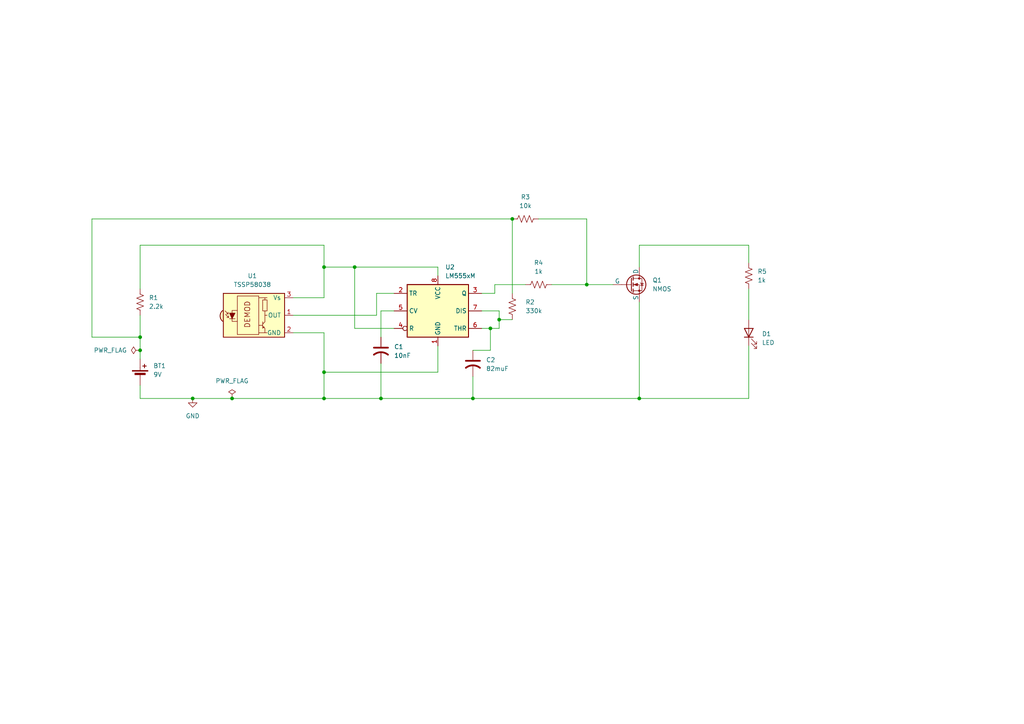
<source format=kicad_sch>
(kicad_sch
	(version 20250114)
	(generator "eeschema")
	(generator_version "9.0")
	(uuid "0f27fa89-29b4-4fa6-8a7d-8f9ea7b48504")
	(paper "A4")
	(title_block
		(title "IR_Sensor_based_Water_tap")
		(date "2025-07-19")
		(rev "V1")
		(comment 1 "On replacing the LED and resistor with solenoid valve and motor, we can make smart tap")
	)
	(lib_symbols
		(symbol "Device:Battery_Cell"
			(pin_numbers
				(hide yes)
			)
			(pin_names
				(offset 0)
				(hide yes)
			)
			(exclude_from_sim no)
			(in_bom yes)
			(on_board yes)
			(property "Reference" "BT"
				(at 2.54 2.54 0)
				(effects
					(font
						(size 1.27 1.27)
					)
					(justify left)
				)
			)
			(property "Value" "Battery_Cell"
				(at 2.54 0 0)
				(effects
					(font
						(size 1.27 1.27)
					)
					(justify left)
				)
			)
			(property "Footprint" ""
				(at 0 1.524 90)
				(effects
					(font
						(size 1.27 1.27)
					)
					(hide yes)
				)
			)
			(property "Datasheet" "~"
				(at 0 1.524 90)
				(effects
					(font
						(size 1.27 1.27)
					)
					(hide yes)
				)
			)
			(property "Description" "Single-cell battery"
				(at 0 0 0)
				(effects
					(font
						(size 1.27 1.27)
					)
					(hide yes)
				)
			)
			(property "ki_keywords" "battery cell"
				(at 0 0 0)
				(effects
					(font
						(size 1.27 1.27)
					)
					(hide yes)
				)
			)
			(symbol "Battery_Cell_0_1"
				(rectangle
					(start -2.286 1.778)
					(end 2.286 1.524)
					(stroke
						(width 0)
						(type default)
					)
					(fill
						(type outline)
					)
				)
				(rectangle
					(start -1.524 1.016)
					(end 1.524 0.508)
					(stroke
						(width 0)
						(type default)
					)
					(fill
						(type outline)
					)
				)
				(polyline
					(pts
						(xy 0 1.778) (xy 0 2.54)
					)
					(stroke
						(width 0)
						(type default)
					)
					(fill
						(type none)
					)
				)
				(polyline
					(pts
						(xy 0 0.762) (xy 0 0)
					)
					(stroke
						(width 0)
						(type default)
					)
					(fill
						(type none)
					)
				)
				(polyline
					(pts
						(xy 0.762 3.048) (xy 1.778 3.048)
					)
					(stroke
						(width 0.254)
						(type default)
					)
					(fill
						(type none)
					)
				)
				(polyline
					(pts
						(xy 1.27 3.556) (xy 1.27 2.54)
					)
					(stroke
						(width 0.254)
						(type default)
					)
					(fill
						(type none)
					)
				)
			)
			(symbol "Battery_Cell_1_1"
				(pin passive line
					(at 0 5.08 270)
					(length 2.54)
					(name "+"
						(effects
							(font
								(size 1.27 1.27)
							)
						)
					)
					(number "1"
						(effects
							(font
								(size 1.27 1.27)
							)
						)
					)
				)
				(pin passive line
					(at 0 -2.54 90)
					(length 2.54)
					(name "-"
						(effects
							(font
								(size 1.27 1.27)
							)
						)
					)
					(number "2"
						(effects
							(font
								(size 1.27 1.27)
							)
						)
					)
				)
			)
			(embedded_fonts no)
		)
		(symbol "Device:C_US"
			(pin_numbers
				(hide yes)
			)
			(pin_names
				(offset 0.254)
				(hide yes)
			)
			(exclude_from_sim no)
			(in_bom yes)
			(on_board yes)
			(property "Reference" "C"
				(at 0.635 2.54 0)
				(effects
					(font
						(size 1.27 1.27)
					)
					(justify left)
				)
			)
			(property "Value" "C_US"
				(at 0.635 -2.54 0)
				(effects
					(font
						(size 1.27 1.27)
					)
					(justify left)
				)
			)
			(property "Footprint" ""
				(at 0 0 0)
				(effects
					(font
						(size 1.27 1.27)
					)
					(hide yes)
				)
			)
			(property "Datasheet" ""
				(at 0 0 0)
				(effects
					(font
						(size 1.27 1.27)
					)
					(hide yes)
				)
			)
			(property "Description" "capacitor, US symbol"
				(at 0 0 0)
				(effects
					(font
						(size 1.27 1.27)
					)
					(hide yes)
				)
			)
			(property "ki_keywords" "cap capacitor"
				(at 0 0 0)
				(effects
					(font
						(size 1.27 1.27)
					)
					(hide yes)
				)
			)
			(property "ki_fp_filters" "C_*"
				(at 0 0 0)
				(effects
					(font
						(size 1.27 1.27)
					)
					(hide yes)
				)
			)
			(symbol "C_US_0_1"
				(polyline
					(pts
						(xy -2.032 0.762) (xy 2.032 0.762)
					)
					(stroke
						(width 0.508)
						(type default)
					)
					(fill
						(type none)
					)
				)
				(arc
					(start -2.032 -1.27)
					(mid 0 -0.5572)
					(end 2.032 -1.27)
					(stroke
						(width 0.508)
						(type default)
					)
					(fill
						(type none)
					)
				)
			)
			(symbol "C_US_1_1"
				(pin passive line
					(at 0 3.81 270)
					(length 2.794)
					(name "~"
						(effects
							(font
								(size 1.27 1.27)
							)
						)
					)
					(number "1"
						(effects
							(font
								(size 1.27 1.27)
							)
						)
					)
				)
				(pin passive line
					(at 0 -3.81 90)
					(length 3.302)
					(name "~"
						(effects
							(font
								(size 1.27 1.27)
							)
						)
					)
					(number "2"
						(effects
							(font
								(size 1.27 1.27)
							)
						)
					)
				)
			)
			(embedded_fonts no)
		)
		(symbol "Device:LED"
			(pin_numbers
				(hide yes)
			)
			(pin_names
				(offset 1.016)
				(hide yes)
			)
			(exclude_from_sim no)
			(in_bom yes)
			(on_board yes)
			(property "Reference" "D"
				(at 0 2.54 0)
				(effects
					(font
						(size 1.27 1.27)
					)
				)
			)
			(property "Value" "LED"
				(at 0 -2.54 0)
				(effects
					(font
						(size 1.27 1.27)
					)
				)
			)
			(property "Footprint" ""
				(at 0 0 0)
				(effects
					(font
						(size 1.27 1.27)
					)
					(hide yes)
				)
			)
			(property "Datasheet" "~"
				(at 0 0 0)
				(effects
					(font
						(size 1.27 1.27)
					)
					(hide yes)
				)
			)
			(property "Description" "Light emitting diode"
				(at 0 0 0)
				(effects
					(font
						(size 1.27 1.27)
					)
					(hide yes)
				)
			)
			(property "Sim.Pins" "1=K 2=A"
				(at 0 0 0)
				(effects
					(font
						(size 1.27 1.27)
					)
					(hide yes)
				)
			)
			(property "ki_keywords" "LED diode"
				(at 0 0 0)
				(effects
					(font
						(size 1.27 1.27)
					)
					(hide yes)
				)
			)
			(property "ki_fp_filters" "LED* LED_SMD:* LED_THT:*"
				(at 0 0 0)
				(effects
					(font
						(size 1.27 1.27)
					)
					(hide yes)
				)
			)
			(symbol "LED_0_1"
				(polyline
					(pts
						(xy -3.048 -0.762) (xy -4.572 -2.286) (xy -3.81 -2.286) (xy -4.572 -2.286) (xy -4.572 -1.524)
					)
					(stroke
						(width 0)
						(type default)
					)
					(fill
						(type none)
					)
				)
				(polyline
					(pts
						(xy -1.778 -0.762) (xy -3.302 -2.286) (xy -2.54 -2.286) (xy -3.302 -2.286) (xy -3.302 -1.524)
					)
					(stroke
						(width 0)
						(type default)
					)
					(fill
						(type none)
					)
				)
				(polyline
					(pts
						(xy -1.27 0) (xy 1.27 0)
					)
					(stroke
						(width 0)
						(type default)
					)
					(fill
						(type none)
					)
				)
				(polyline
					(pts
						(xy -1.27 -1.27) (xy -1.27 1.27)
					)
					(stroke
						(width 0.254)
						(type default)
					)
					(fill
						(type none)
					)
				)
				(polyline
					(pts
						(xy 1.27 -1.27) (xy 1.27 1.27) (xy -1.27 0) (xy 1.27 -1.27)
					)
					(stroke
						(width 0.254)
						(type default)
					)
					(fill
						(type none)
					)
				)
			)
			(symbol "LED_1_1"
				(pin passive line
					(at -3.81 0 0)
					(length 2.54)
					(name "K"
						(effects
							(font
								(size 1.27 1.27)
							)
						)
					)
					(number "1"
						(effects
							(font
								(size 1.27 1.27)
							)
						)
					)
				)
				(pin passive line
					(at 3.81 0 180)
					(length 2.54)
					(name "A"
						(effects
							(font
								(size 1.27 1.27)
							)
						)
					)
					(number "2"
						(effects
							(font
								(size 1.27 1.27)
							)
						)
					)
				)
			)
			(embedded_fonts no)
		)
		(symbol "Device:R_US"
			(pin_numbers
				(hide yes)
			)
			(pin_names
				(offset 0)
			)
			(exclude_from_sim no)
			(in_bom yes)
			(on_board yes)
			(property "Reference" "R"
				(at 2.54 0 90)
				(effects
					(font
						(size 1.27 1.27)
					)
				)
			)
			(property "Value" "R_US"
				(at -2.54 0 90)
				(effects
					(font
						(size 1.27 1.27)
					)
				)
			)
			(property "Footprint" ""
				(at 1.016 -0.254 90)
				(effects
					(font
						(size 1.27 1.27)
					)
					(hide yes)
				)
			)
			(property "Datasheet" "~"
				(at 0 0 0)
				(effects
					(font
						(size 1.27 1.27)
					)
					(hide yes)
				)
			)
			(property "Description" "Resistor, US symbol"
				(at 0 0 0)
				(effects
					(font
						(size 1.27 1.27)
					)
					(hide yes)
				)
			)
			(property "ki_keywords" "R res resistor"
				(at 0 0 0)
				(effects
					(font
						(size 1.27 1.27)
					)
					(hide yes)
				)
			)
			(property "ki_fp_filters" "R_*"
				(at 0 0 0)
				(effects
					(font
						(size 1.27 1.27)
					)
					(hide yes)
				)
			)
			(symbol "R_US_0_1"
				(polyline
					(pts
						(xy 0 2.286) (xy 0 2.54)
					)
					(stroke
						(width 0)
						(type default)
					)
					(fill
						(type none)
					)
				)
				(polyline
					(pts
						(xy 0 2.286) (xy 1.016 1.905) (xy 0 1.524) (xy -1.016 1.143) (xy 0 0.762)
					)
					(stroke
						(width 0)
						(type default)
					)
					(fill
						(type none)
					)
				)
				(polyline
					(pts
						(xy 0 0.762) (xy 1.016 0.381) (xy 0 0) (xy -1.016 -0.381) (xy 0 -0.762)
					)
					(stroke
						(width 0)
						(type default)
					)
					(fill
						(type none)
					)
				)
				(polyline
					(pts
						(xy 0 -0.762) (xy 1.016 -1.143) (xy 0 -1.524) (xy -1.016 -1.905) (xy 0 -2.286)
					)
					(stroke
						(width 0)
						(type default)
					)
					(fill
						(type none)
					)
				)
				(polyline
					(pts
						(xy 0 -2.286) (xy 0 -2.54)
					)
					(stroke
						(width 0)
						(type default)
					)
					(fill
						(type none)
					)
				)
			)
			(symbol "R_US_1_1"
				(pin passive line
					(at 0 3.81 270)
					(length 1.27)
					(name "~"
						(effects
							(font
								(size 1.27 1.27)
							)
						)
					)
					(number "1"
						(effects
							(font
								(size 1.27 1.27)
							)
						)
					)
				)
				(pin passive line
					(at 0 -3.81 90)
					(length 1.27)
					(name "~"
						(effects
							(font
								(size 1.27 1.27)
							)
						)
					)
					(number "2"
						(effects
							(font
								(size 1.27 1.27)
							)
						)
					)
				)
			)
			(embedded_fonts no)
		)
		(symbol "Sensor_Proximity:TSSP58038"
			(pin_names
				(offset 1.016)
			)
			(exclude_from_sim no)
			(in_bom yes)
			(on_board yes)
			(property "Reference" "U"
				(at -10.16 7.62 0)
				(effects
					(font
						(size 1.27 1.27)
					)
					(justify left)
				)
			)
			(property "Value" "TSSP58038"
				(at -10.16 -7.62 0)
				(effects
					(font
						(size 1.27 1.27)
					)
					(justify left)
				)
			)
			(property "Footprint" "OptoDevice:Vishay_MINICAST-3Pin"
				(at -1.27 -9.525 0)
				(effects
					(font
						(size 1.27 1.27)
					)
					(hide yes)
				)
			)
			(property "Datasheet" "http://www.vishay.com/docs/82476/tssp58p38.pdf"
				(at 16.51 7.62 0)
				(effects
					(font
						(size 1.27 1.27)
					)
					(hide yes)
				)
			)
			(property "Description" "IR Detector for Mid Range Proximity Sensor"
				(at 0 0 0)
				(effects
					(font
						(size 1.27 1.27)
					)
					(hide yes)
				)
			)
			(property "ki_keywords" "opto IR receiver proximity sensor"
				(at 0 0 0)
				(effects
					(font
						(size 1.27 1.27)
					)
					(hide yes)
				)
			)
			(property "ki_fp_filters" "Vishay*MINICAST*"
				(at 0 0 0)
				(effects
					(font
						(size 1.27 1.27)
					)
					(hide yes)
				)
			)
			(symbol "TSSP58038_0_0"
				(arc
					(start -10.287 -1.778)
					(mid -11.0899 -0.1905)
					(end -10.287 1.397)
					(stroke
						(width 0.254)
						(type default)
					)
					(fill
						(type background)
					)
				)
				(polyline
					(pts
						(xy 1.905 5.08) (xy 0.127 5.08)
					)
					(stroke
						(width 0)
						(type default)
					)
					(fill
						(type none)
					)
				)
				(polyline
					(pts
						(xy 1.905 -5.08) (xy 0.127 -5.08)
					)
					(stroke
						(width 0)
						(type default)
					)
					(fill
						(type none)
					)
				)
				(text "DEMOD"
					(at -3.175 0.254 900)
					(effects
						(font
							(size 1.524 1.524)
						)
					)
				)
			)
			(symbol "TSSP58038_0_1"
				(polyline
					(pts
						(xy -8.763 0.381) (xy -9.652 1.27)
					)
					(stroke
						(width 0)
						(type default)
					)
					(fill
						(type none)
					)
				)
				(polyline
					(pts
						(xy -8.763 0.381) (xy -9.271 0.381)
					)
					(stroke
						(width 0)
						(type default)
					)
					(fill
						(type none)
					)
				)
				(polyline
					(pts
						(xy -8.763 0.381) (xy -8.763 0.889)
					)
					(stroke
						(width 0)
						(type default)
					)
					(fill
						(type none)
					)
				)
				(polyline
					(pts
						(xy -8.636 -0.635) (xy -9.525 0.254)
					)
					(stroke
						(width 0)
						(type default)
					)
					(fill
						(type none)
					)
				)
				(polyline
					(pts
						(xy -8.636 -0.635) (xy -9.144 -0.635)
					)
					(stroke
						(width 0)
						(type default)
					)
					(fill
						(type none)
					)
				)
				(polyline
					(pts
						(xy -8.636 -0.635) (xy -8.636 -0.127)
					)
					(stroke
						(width 0)
						(type default)
					)
					(fill
						(type none)
					)
				)
				(polyline
					(pts
						(xy -8.382 0.635) (xy -6.731 0.635) (xy -7.62 -1.016) (xy -8.382 0.635)
					)
					(stroke
						(width 0)
						(type default)
					)
					(fill
						(type outline)
					)
				)
				(polyline
					(pts
						(xy -8.382 -1.016) (xy -6.731 -1.016)
					)
					(stroke
						(width 0)
						(type default)
					)
					(fill
						(type none)
					)
				)
				(rectangle
					(start -6.096 5.588)
					(end 0.127 -5.588)
					(stroke
						(width 0)
						(type default)
					)
					(fill
						(type none)
					)
				)
				(polyline
					(pts
						(xy -6.096 1.397) (xy -7.62 1.397) (xy -7.62 -1.778) (xy -6.096 -1.778)
					)
					(stroke
						(width 0)
						(type default)
					)
					(fill
						(type none)
					)
				)
				(polyline
					(pts
						(xy 1.27 -1.905) (xy 1.27 -3.81)
					)
					(stroke
						(width 0)
						(type default)
					)
					(fill
						(type none)
					)
				)
				(polyline
					(pts
						(xy 1.27 -2.54) (xy 1.905 -1.905) (xy 1.905 0) (xy 2.54 0)
					)
					(stroke
						(width 0)
						(type default)
					)
					(fill
						(type none)
					)
				)
				(polyline
					(pts
						(xy 1.27 -2.921) (xy 0.127 -2.921)
					)
					(stroke
						(width 0)
						(type default)
					)
					(fill
						(type none)
					)
				)
				(polyline
					(pts
						(xy 1.27 -3.175) (xy 1.905 -3.81) (xy 1.905 -5.08) (xy 2.54 -5.08)
					)
					(stroke
						(width 0)
						(type default)
					)
					(fill
						(type none)
					)
				)
				(polyline
					(pts
						(xy 1.397 -3.556) (xy 1.524 -3.556)
					)
					(stroke
						(width 0)
						(type default)
					)
					(fill
						(type none)
					)
				)
				(polyline
					(pts
						(xy 1.651 -3.556) (xy 1.524 -3.556)
					)
					(stroke
						(width 0)
						(type default)
					)
					(fill
						(type none)
					)
				)
				(polyline
					(pts
						(xy 1.651 -3.556) (xy 1.651 -3.302)
					)
					(stroke
						(width 0)
						(type default)
					)
					(fill
						(type none)
					)
				)
				(polyline
					(pts
						(xy 1.905 4.445) (xy 1.905 5.08) (xy 2.54 5.08)
					)
					(stroke
						(width 0)
						(type default)
					)
					(fill
						(type none)
					)
				)
				(polyline
					(pts
						(xy 1.905 0) (xy 1.905 1.27)
					)
					(stroke
						(width 0)
						(type default)
					)
					(fill
						(type none)
					)
				)
				(rectangle
					(start 2.54 1.27)
					(end 1.27 4.445)
					(stroke
						(width 0)
						(type default)
					)
					(fill
						(type none)
					)
				)
				(rectangle
					(start 7.62 6.35)
					(end -10.16 -6.35)
					(stroke
						(width 0.254)
						(type default)
					)
					(fill
						(type background)
					)
				)
			)
			(symbol "TSSP58038_1_1"
				(pin power_in line
					(at 10.16 5.08 180)
					(length 2.54)
					(name "Vs"
						(effects
							(font
								(size 1.27 1.27)
							)
						)
					)
					(number "3"
						(effects
							(font
								(size 1.27 1.27)
							)
						)
					)
				)
				(pin output line
					(at 10.16 0 180)
					(length 2.54)
					(name "OUT"
						(effects
							(font
								(size 1.27 1.27)
							)
						)
					)
					(number "1"
						(effects
							(font
								(size 1.27 1.27)
							)
						)
					)
				)
				(pin power_in line
					(at 10.16 -5.08 180)
					(length 2.54)
					(name "GND"
						(effects
							(font
								(size 1.27 1.27)
							)
						)
					)
					(number "2"
						(effects
							(font
								(size 1.27 1.27)
							)
						)
					)
				)
			)
			(embedded_fonts no)
		)
		(symbol "Simulation_SPICE:NMOS"
			(pin_numbers
				(hide yes)
			)
			(pin_names
				(offset 0)
			)
			(exclude_from_sim no)
			(in_bom yes)
			(on_board yes)
			(property "Reference" "Q"
				(at 5.08 1.27 0)
				(effects
					(font
						(size 1.27 1.27)
					)
					(justify left)
				)
			)
			(property "Value" "NMOS"
				(at 5.08 -1.27 0)
				(effects
					(font
						(size 1.27 1.27)
					)
					(justify left)
				)
			)
			(property "Footprint" ""
				(at 5.08 2.54 0)
				(effects
					(font
						(size 1.27 1.27)
					)
					(hide yes)
				)
			)
			(property "Datasheet" "https://ngspice.sourceforge.io/docs/ngspice-html-manual/manual.xhtml#cha_MOSFETs"
				(at 0 -12.7 0)
				(effects
					(font
						(size 1.27 1.27)
					)
					(hide yes)
				)
			)
			(property "Description" "N-MOSFET transistor, drain/source/gate"
				(at 0 0 0)
				(effects
					(font
						(size 1.27 1.27)
					)
					(hide yes)
				)
			)
			(property "Sim.Device" "NMOS"
				(at 0 -17.145 0)
				(effects
					(font
						(size 1.27 1.27)
					)
					(hide yes)
				)
			)
			(property "Sim.Type" "VDMOS"
				(at 0 -19.05 0)
				(effects
					(font
						(size 1.27 1.27)
					)
					(hide yes)
				)
			)
			(property "Sim.Pins" "1=D 2=G 3=S"
				(at 0 -15.24 0)
				(effects
					(font
						(size 1.27 1.27)
					)
					(hide yes)
				)
			)
			(property "ki_keywords" "transistor NMOS N-MOS N-MOSFET simulation"
				(at 0 0 0)
				(effects
					(font
						(size 1.27 1.27)
					)
					(hide yes)
				)
			)
			(symbol "NMOS_0_1"
				(polyline
					(pts
						(xy 0.254 1.905) (xy 0.254 -1.905)
					)
					(stroke
						(width 0.254)
						(type default)
					)
					(fill
						(type none)
					)
				)
				(polyline
					(pts
						(xy 0.254 0) (xy -2.54 0)
					)
					(stroke
						(width 0)
						(type default)
					)
					(fill
						(type none)
					)
				)
				(polyline
					(pts
						(xy 0.762 2.286) (xy 0.762 1.27)
					)
					(stroke
						(width 0.254)
						(type default)
					)
					(fill
						(type none)
					)
				)
				(polyline
					(pts
						(xy 0.762 0.508) (xy 0.762 -0.508)
					)
					(stroke
						(width 0.254)
						(type default)
					)
					(fill
						(type none)
					)
				)
				(polyline
					(pts
						(xy 0.762 -1.27) (xy 0.762 -2.286)
					)
					(stroke
						(width 0.254)
						(type default)
					)
					(fill
						(type none)
					)
				)
				(polyline
					(pts
						(xy 0.762 -1.778) (xy 3.302 -1.778) (xy 3.302 1.778) (xy 0.762 1.778)
					)
					(stroke
						(width 0)
						(type default)
					)
					(fill
						(type none)
					)
				)
				(polyline
					(pts
						(xy 1.016 0) (xy 2.032 0.381) (xy 2.032 -0.381) (xy 1.016 0)
					)
					(stroke
						(width 0)
						(type default)
					)
					(fill
						(type outline)
					)
				)
				(circle
					(center 1.651 0)
					(radius 2.794)
					(stroke
						(width 0.254)
						(type default)
					)
					(fill
						(type none)
					)
				)
				(polyline
					(pts
						(xy 2.54 2.54) (xy 2.54 1.778)
					)
					(stroke
						(width 0)
						(type default)
					)
					(fill
						(type none)
					)
				)
				(circle
					(center 2.54 1.778)
					(radius 0.254)
					(stroke
						(width 0)
						(type default)
					)
					(fill
						(type outline)
					)
				)
				(circle
					(center 2.54 -1.778)
					(radius 0.254)
					(stroke
						(width 0)
						(type default)
					)
					(fill
						(type outline)
					)
				)
				(polyline
					(pts
						(xy 2.54 -2.54) (xy 2.54 0) (xy 0.762 0)
					)
					(stroke
						(width 0)
						(type default)
					)
					(fill
						(type none)
					)
				)
				(polyline
					(pts
						(xy 2.794 0.508) (xy 2.921 0.381) (xy 3.683 0.381) (xy 3.81 0.254)
					)
					(stroke
						(width 0)
						(type default)
					)
					(fill
						(type none)
					)
				)
				(polyline
					(pts
						(xy 3.302 0.381) (xy 2.921 -0.254) (xy 3.683 -0.254) (xy 3.302 0.381)
					)
					(stroke
						(width 0)
						(type default)
					)
					(fill
						(type none)
					)
				)
			)
			(symbol "NMOS_1_1"
				(pin input line
					(at -5.08 0 0)
					(length 2.54)
					(name "G"
						(effects
							(font
								(size 1.27 1.27)
							)
						)
					)
					(number "2"
						(effects
							(font
								(size 1.27 1.27)
							)
						)
					)
				)
				(pin passive line
					(at 2.54 5.08 270)
					(length 2.54)
					(name "D"
						(effects
							(font
								(size 1.27 1.27)
							)
						)
					)
					(number "1"
						(effects
							(font
								(size 1.27 1.27)
							)
						)
					)
				)
				(pin passive line
					(at 2.54 -5.08 90)
					(length 2.54)
					(name "S"
						(effects
							(font
								(size 1.27 1.27)
							)
						)
					)
					(number "3"
						(effects
							(font
								(size 1.27 1.27)
							)
						)
					)
				)
			)
			(embedded_fonts no)
		)
		(symbol "Timer:LM555xM"
			(exclude_from_sim no)
			(in_bom yes)
			(on_board yes)
			(property "Reference" "U"
				(at -10.16 8.89 0)
				(effects
					(font
						(size 1.27 1.27)
					)
					(justify left)
				)
			)
			(property "Value" "LM555xM"
				(at 2.54 8.89 0)
				(effects
					(font
						(size 1.27 1.27)
					)
					(justify left)
				)
			)
			(property "Footprint" "Package_SO:SOIC-8_3.9x4.9mm_P1.27mm"
				(at 21.59 -10.16 0)
				(effects
					(font
						(size 1.27 1.27)
					)
					(hide yes)
				)
			)
			(property "Datasheet" "http://www.ti.com/lit/ds/symlink/lm555.pdf"
				(at 21.59 -10.16 0)
				(effects
					(font
						(size 1.27 1.27)
					)
					(hide yes)
				)
			)
			(property "Description" "Timer, 555 compatible, SOIC-8"
				(at 0 0 0)
				(effects
					(font
						(size 1.27 1.27)
					)
					(hide yes)
				)
			)
			(property "ki_keywords" "single timer 555"
				(at 0 0 0)
				(effects
					(font
						(size 1.27 1.27)
					)
					(hide yes)
				)
			)
			(property "ki_fp_filters" "SOIC*3.9x4.9mm*P1.27mm*"
				(at 0 0 0)
				(effects
					(font
						(size 1.27 1.27)
					)
					(hide yes)
				)
			)
			(symbol "LM555xM_0_0"
				(pin power_in line
					(at 0 10.16 270)
					(length 2.54)
					(name "VCC"
						(effects
							(font
								(size 1.27 1.27)
							)
						)
					)
					(number "8"
						(effects
							(font
								(size 1.27 1.27)
							)
						)
					)
				)
				(pin power_in line
					(at 0 -10.16 90)
					(length 2.54)
					(name "GND"
						(effects
							(font
								(size 1.27 1.27)
							)
						)
					)
					(number "1"
						(effects
							(font
								(size 1.27 1.27)
							)
						)
					)
				)
			)
			(symbol "LM555xM_0_1"
				(rectangle
					(start -8.89 -7.62)
					(end 8.89 7.62)
					(stroke
						(width 0.254)
						(type default)
					)
					(fill
						(type background)
					)
				)
				(rectangle
					(start -8.89 -7.62)
					(end 8.89 7.62)
					(stroke
						(width 0.254)
						(type default)
					)
					(fill
						(type background)
					)
				)
			)
			(symbol "LM555xM_1_1"
				(pin input line
					(at -12.7 5.08 0)
					(length 3.81)
					(name "TR"
						(effects
							(font
								(size 1.27 1.27)
							)
						)
					)
					(number "2"
						(effects
							(font
								(size 1.27 1.27)
							)
						)
					)
				)
				(pin input line
					(at -12.7 0 0)
					(length 3.81)
					(name "CV"
						(effects
							(font
								(size 1.27 1.27)
							)
						)
					)
					(number "5"
						(effects
							(font
								(size 1.27 1.27)
							)
						)
					)
				)
				(pin input inverted
					(at -12.7 -5.08 0)
					(length 3.81)
					(name "R"
						(effects
							(font
								(size 1.27 1.27)
							)
						)
					)
					(number "4"
						(effects
							(font
								(size 1.27 1.27)
							)
						)
					)
				)
				(pin output line
					(at 12.7 5.08 180)
					(length 3.81)
					(name "Q"
						(effects
							(font
								(size 1.27 1.27)
							)
						)
					)
					(number "3"
						(effects
							(font
								(size 1.27 1.27)
							)
						)
					)
				)
				(pin input line
					(at 12.7 0 180)
					(length 3.81)
					(name "DIS"
						(effects
							(font
								(size 1.27 1.27)
							)
						)
					)
					(number "7"
						(effects
							(font
								(size 1.27 1.27)
							)
						)
					)
				)
				(pin input line
					(at 12.7 -5.08 180)
					(length 3.81)
					(name "THR"
						(effects
							(font
								(size 1.27 1.27)
							)
						)
					)
					(number "6"
						(effects
							(font
								(size 1.27 1.27)
							)
						)
					)
				)
			)
			(embedded_fonts no)
		)
		(symbol "power:GND"
			(power)
			(pin_numbers
				(hide yes)
			)
			(pin_names
				(offset 0)
				(hide yes)
			)
			(exclude_from_sim no)
			(in_bom yes)
			(on_board yes)
			(property "Reference" "#PWR"
				(at 0 -6.35 0)
				(effects
					(font
						(size 1.27 1.27)
					)
					(hide yes)
				)
			)
			(property "Value" "GND"
				(at 0 -3.81 0)
				(effects
					(font
						(size 1.27 1.27)
					)
				)
			)
			(property "Footprint" ""
				(at 0 0 0)
				(effects
					(font
						(size 1.27 1.27)
					)
					(hide yes)
				)
			)
			(property "Datasheet" ""
				(at 0 0 0)
				(effects
					(font
						(size 1.27 1.27)
					)
					(hide yes)
				)
			)
			(property "Description" "Power symbol creates a global label with name \"GND\" , ground"
				(at 0 0 0)
				(effects
					(font
						(size 1.27 1.27)
					)
					(hide yes)
				)
			)
			(property "ki_keywords" "global power"
				(at 0 0 0)
				(effects
					(font
						(size 1.27 1.27)
					)
					(hide yes)
				)
			)
			(symbol "GND_0_1"
				(polyline
					(pts
						(xy 0 0) (xy 0 -1.27) (xy 1.27 -1.27) (xy 0 -2.54) (xy -1.27 -1.27) (xy 0 -1.27)
					)
					(stroke
						(width 0)
						(type default)
					)
					(fill
						(type none)
					)
				)
			)
			(symbol "GND_1_1"
				(pin power_in line
					(at 0 0 270)
					(length 0)
					(name "~"
						(effects
							(font
								(size 1.27 1.27)
							)
						)
					)
					(number "1"
						(effects
							(font
								(size 1.27 1.27)
							)
						)
					)
				)
			)
			(embedded_fonts no)
		)
		(symbol "power:PWR_FLAG"
			(power)
			(pin_numbers
				(hide yes)
			)
			(pin_names
				(offset 0)
				(hide yes)
			)
			(exclude_from_sim no)
			(in_bom yes)
			(on_board yes)
			(property "Reference" "#FLG"
				(at 0 1.905 0)
				(effects
					(font
						(size 1.27 1.27)
					)
					(hide yes)
				)
			)
			(property "Value" "PWR_FLAG"
				(at 0 3.81 0)
				(effects
					(font
						(size 1.27 1.27)
					)
				)
			)
			(property "Footprint" ""
				(at 0 0 0)
				(effects
					(font
						(size 1.27 1.27)
					)
					(hide yes)
				)
			)
			(property "Datasheet" "~"
				(at 0 0 0)
				(effects
					(font
						(size 1.27 1.27)
					)
					(hide yes)
				)
			)
			(property "Description" "Special symbol for telling ERC where power comes from"
				(at 0 0 0)
				(effects
					(font
						(size 1.27 1.27)
					)
					(hide yes)
				)
			)
			(property "ki_keywords" "flag power"
				(at 0 0 0)
				(effects
					(font
						(size 1.27 1.27)
					)
					(hide yes)
				)
			)
			(symbol "PWR_FLAG_0_0"
				(pin power_out line
					(at 0 0 90)
					(length 0)
					(name "~"
						(effects
							(font
								(size 1.27 1.27)
							)
						)
					)
					(number "1"
						(effects
							(font
								(size 1.27 1.27)
							)
						)
					)
				)
			)
			(symbol "PWR_FLAG_0_1"
				(polyline
					(pts
						(xy 0 0) (xy 0 1.27) (xy -1.016 1.905) (xy 0 2.54) (xy 1.016 1.905) (xy 0 1.27)
					)
					(stroke
						(width 0)
						(type default)
					)
					(fill
						(type none)
					)
				)
			)
			(embedded_fonts no)
		)
	)
	(junction
		(at 102.87 77.47)
		(diameter 0)
		(color 0 0 0 0)
		(uuid "24efcb65-3789-4c93-a07a-db2a67545f79")
	)
	(junction
		(at 55.88 115.57)
		(diameter 0)
		(color 0 0 0 0)
		(uuid "2e64558d-36af-4605-b4b5-caa93182ab70")
	)
	(junction
		(at 137.16 115.57)
		(diameter 0)
		(color 0 0 0 0)
		(uuid "3330537f-b2fd-446e-84fd-92b9c99d4fab")
	)
	(junction
		(at 185.42 115.57)
		(diameter 0)
		(color 0 0 0 0)
		(uuid "45fc681b-ed03-4224-9431-b6d609a57c84")
	)
	(junction
		(at 67.31 115.57)
		(diameter 0)
		(color 0 0 0 0)
		(uuid "47565df6-aac4-4610-8fa6-0278a202a26e")
	)
	(junction
		(at 93.98 115.57)
		(diameter 0)
		(color 0 0 0 0)
		(uuid "4bae981c-bb82-4683-a6d2-f9b7d752f40d")
	)
	(junction
		(at 148.59 63.5)
		(diameter 0)
		(color 0 0 0 0)
		(uuid "57eac746-65ea-4782-b933-3910fd3d47b9")
	)
	(junction
		(at 93.98 77.47)
		(diameter 0)
		(color 0 0 0 0)
		(uuid "5bc439dc-ca6a-411c-8483-2d8a8e7eaf15")
	)
	(junction
		(at 170.18 82.55)
		(diameter 0)
		(color 0 0 0 0)
		(uuid "68326806-4502-4e54-a451-e4e264910647")
	)
	(junction
		(at 142.24 95.25)
		(diameter 0)
		(color 0 0 0 0)
		(uuid "70e17e09-35e5-4619-afb8-ed412f7c8abe")
	)
	(junction
		(at 144.78 92.71)
		(diameter 0)
		(color 0 0 0 0)
		(uuid "82a2c5a8-37a5-45ad-959c-755916e52c73")
	)
	(junction
		(at 40.64 97.79)
		(diameter 0)
		(color 0 0 0 0)
		(uuid "a26b4a89-f724-4232-962a-8d22827c2190")
	)
	(junction
		(at 110.49 115.57)
		(diameter 0)
		(color 0 0 0 0)
		(uuid "a5bb53c8-7bfb-49ea-9818-73771c5e26b2")
	)
	(junction
		(at 40.64 101.6)
		(diameter 0)
		(color 0 0 0 0)
		(uuid "cec78733-45c4-4b26-ae6e-d4cc3a3c7867")
	)
	(junction
		(at 93.98 107.95)
		(diameter 0)
		(color 0 0 0 0)
		(uuid "fb2b2c50-1370-4b76-970d-74bf8d860cc3")
	)
	(wire
		(pts
			(xy 114.3 95.25) (xy 102.87 95.25)
		)
		(stroke
			(width 0)
			(type default)
		)
		(uuid "0136fc4e-0488-4417-8bef-6e22d7955fe0")
	)
	(wire
		(pts
			(xy 110.49 115.57) (xy 137.16 115.57)
		)
		(stroke
			(width 0)
			(type default)
		)
		(uuid "040c48ed-37aa-4c6f-8f0a-a25d28e53a6a")
	)
	(wire
		(pts
			(xy 185.42 71.12) (xy 217.17 71.12)
		)
		(stroke
			(width 0)
			(type default)
		)
		(uuid "06ea340d-eb43-419a-9760-e3522c9392db")
	)
	(wire
		(pts
			(xy 144.78 92.71) (xy 144.78 95.25)
		)
		(stroke
			(width 0)
			(type default)
		)
		(uuid "0c501ff5-4dc7-4156-b8c8-a2c398e64d31")
	)
	(wire
		(pts
			(xy 142.24 95.25) (xy 142.24 101.6)
		)
		(stroke
			(width 0)
			(type default)
		)
		(uuid "123cc6ef-f3bd-4c32-9e58-e9cf9e0dd935")
	)
	(wire
		(pts
			(xy 137.16 101.6) (xy 142.24 101.6)
		)
		(stroke
			(width 0)
			(type default)
		)
		(uuid "12eb4906-1678-45ef-be7a-44905bff52c3")
	)
	(wire
		(pts
			(xy 55.88 115.57) (xy 67.31 115.57)
		)
		(stroke
			(width 0)
			(type default)
		)
		(uuid "14caee0b-155f-4477-b417-a709b6c4389c")
	)
	(wire
		(pts
			(xy 156.21 63.5) (xy 170.18 63.5)
		)
		(stroke
			(width 0)
			(type default)
		)
		(uuid "170ed544-853e-4696-a37e-fd454e28d4e3")
	)
	(wire
		(pts
			(xy 144.78 92.71) (xy 148.59 92.71)
		)
		(stroke
			(width 0)
			(type default)
		)
		(uuid "1e71d6dd-aef2-452d-8dbb-2733648f1853")
	)
	(wire
		(pts
			(xy 217.17 100.33) (xy 217.17 115.57)
		)
		(stroke
			(width 0)
			(type default)
		)
		(uuid "20d69530-21de-420d-8e49-755c9ef3e7ee")
	)
	(wire
		(pts
			(xy 127 107.95) (xy 93.98 107.95)
		)
		(stroke
			(width 0)
			(type default)
		)
		(uuid "239681f6-20ac-447c-941e-2766e04bebd9")
	)
	(wire
		(pts
			(xy 93.98 86.36) (xy 93.98 77.47)
		)
		(stroke
			(width 0)
			(type default)
		)
		(uuid "317a5926-e305-4e56-8893-e3ed75612267")
	)
	(wire
		(pts
			(xy 102.87 95.25) (xy 102.87 77.47)
		)
		(stroke
			(width 0)
			(type default)
		)
		(uuid "330e7502-b004-4273-837d-f9cbd3e90d69")
	)
	(wire
		(pts
			(xy 93.98 115.57) (xy 93.98 107.95)
		)
		(stroke
			(width 0)
			(type default)
		)
		(uuid "37dda0ea-ca44-4263-b52f-06d32bcf44d5")
	)
	(wire
		(pts
			(xy 40.64 97.79) (xy 40.64 101.6)
		)
		(stroke
			(width 0)
			(type default)
		)
		(uuid "3a694785-f308-4b30-9315-55a3670c7f49")
	)
	(wire
		(pts
			(xy 217.17 83.82) (xy 217.17 92.71)
		)
		(stroke
			(width 0)
			(type default)
		)
		(uuid "3c869252-ab22-40c2-b661-d8cf1156089b")
	)
	(wire
		(pts
			(xy 170.18 82.55) (xy 177.8 82.55)
		)
		(stroke
			(width 0)
			(type default)
		)
		(uuid "3e1a67c2-672c-42a3-9526-8f302b3856a0")
	)
	(wire
		(pts
			(xy 93.98 96.52) (xy 85.09 96.52)
		)
		(stroke
			(width 0)
			(type default)
		)
		(uuid "405cbcfd-c676-4d6b-8937-dfd6094b56c8")
	)
	(wire
		(pts
			(xy 114.3 90.17) (xy 110.49 90.17)
		)
		(stroke
			(width 0)
			(type default)
		)
		(uuid "43b48302-ecae-420a-bd8d-43a489bbd7f9")
	)
	(wire
		(pts
			(xy 109.22 85.09) (xy 114.3 85.09)
		)
		(stroke
			(width 0)
			(type default)
		)
		(uuid "476f65af-4c99-448d-b69d-59969ae5e1c0")
	)
	(wire
		(pts
			(xy 185.42 87.63) (xy 185.42 115.57)
		)
		(stroke
			(width 0)
			(type default)
		)
		(uuid "50389a0f-fead-4355-a81a-56b9311532ee")
	)
	(wire
		(pts
			(xy 67.31 115.57) (xy 93.98 115.57)
		)
		(stroke
			(width 0)
			(type default)
		)
		(uuid "5c85fd0b-4f5f-4d42-80cc-1464abb665b4")
	)
	(wire
		(pts
			(xy 217.17 71.12) (xy 217.17 76.2)
		)
		(stroke
			(width 0)
			(type default)
		)
		(uuid "61c7407c-4ffe-4268-b91c-79e930ed2fe2")
	)
	(wire
		(pts
			(xy 40.64 115.57) (xy 55.88 115.57)
		)
		(stroke
			(width 0)
			(type default)
		)
		(uuid "64d686a3-2f5b-44be-81a2-545a809b1712")
	)
	(wire
		(pts
			(xy 93.98 71.12) (xy 40.64 71.12)
		)
		(stroke
			(width 0)
			(type default)
		)
		(uuid "651e541e-9474-447a-a6fa-8c77ccd01171")
	)
	(wire
		(pts
			(xy 93.98 77.47) (xy 93.98 71.12)
		)
		(stroke
			(width 0)
			(type default)
		)
		(uuid "6b4b4388-19df-4c90-ac03-fa2f9dc79d20")
	)
	(wire
		(pts
			(xy 185.42 77.47) (xy 185.42 71.12)
		)
		(stroke
			(width 0)
			(type default)
		)
		(uuid "6e69f8fa-fcb4-455c-9294-f66855387cb6")
	)
	(wire
		(pts
			(xy 85.09 86.36) (xy 93.98 86.36)
		)
		(stroke
			(width 0)
			(type default)
		)
		(uuid "7484ca3d-38f6-4c41-b634-673cd2b8ef4c")
	)
	(wire
		(pts
			(xy 160.02 82.55) (xy 170.18 82.55)
		)
		(stroke
			(width 0)
			(type default)
		)
		(uuid "75c9aab3-eb7d-49ac-b361-9c877bda3a3d")
	)
	(wire
		(pts
			(xy 26.67 63.5) (xy 26.67 97.79)
		)
		(stroke
			(width 0)
			(type default)
		)
		(uuid "7867de36-901f-4b43-afab-680bc358aa88")
	)
	(wire
		(pts
			(xy 40.64 101.6) (xy 40.64 104.14)
		)
		(stroke
			(width 0)
			(type default)
		)
		(uuid "7df5504f-78af-44b8-8da9-762dc51493fa")
	)
	(wire
		(pts
			(xy 152.4 82.55) (xy 143.51 82.55)
		)
		(stroke
			(width 0)
			(type default)
		)
		(uuid "82995ea7-db3b-4648-b9b2-bffd28754fef")
	)
	(wire
		(pts
			(xy 40.64 71.12) (xy 40.64 83.82)
		)
		(stroke
			(width 0)
			(type default)
		)
		(uuid "88a2a50b-4588-45f9-861d-8c7c5ab97329")
	)
	(wire
		(pts
			(xy 93.98 77.47) (xy 102.87 77.47)
		)
		(stroke
			(width 0)
			(type default)
		)
		(uuid "8d394138-5748-45a1-b441-b9a9421d996e")
	)
	(wire
		(pts
			(xy 109.22 91.44) (xy 109.22 85.09)
		)
		(stroke
			(width 0)
			(type default)
		)
		(uuid "95f2f1d0-3eca-46ad-b75a-f9d6167523b5")
	)
	(wire
		(pts
			(xy 148.59 85.09) (xy 148.59 63.5)
		)
		(stroke
			(width 0)
			(type default)
		)
		(uuid "9b240bac-885d-421c-9b0d-dfff01a5172d")
	)
	(wire
		(pts
			(xy 102.87 77.47) (xy 127 77.47)
		)
		(stroke
			(width 0)
			(type default)
		)
		(uuid "9ca6f8a6-9f1d-46f5-93df-8ba2589aaf82")
	)
	(wire
		(pts
			(xy 142.24 95.25) (xy 139.7 95.25)
		)
		(stroke
			(width 0)
			(type default)
		)
		(uuid "9e8a2798-8d09-41d2-b7f5-6fafef1d6858")
	)
	(wire
		(pts
			(xy 26.67 97.79) (xy 40.64 97.79)
		)
		(stroke
			(width 0)
			(type default)
		)
		(uuid "a835dbc2-3448-4200-b59f-9a006ac7fc4d")
	)
	(wire
		(pts
			(xy 185.42 115.57) (xy 217.17 115.57)
		)
		(stroke
			(width 0)
			(type default)
		)
		(uuid "aa02cb0a-243a-447f-811d-1ef1d20f8fa0")
	)
	(wire
		(pts
			(xy 137.16 115.57) (xy 185.42 115.57)
		)
		(stroke
			(width 0)
			(type default)
		)
		(uuid "b488a6f0-25cf-469f-9a76-6ad6287fedd5")
	)
	(wire
		(pts
			(xy 110.49 105.41) (xy 110.49 115.57)
		)
		(stroke
			(width 0)
			(type default)
		)
		(uuid "b69d4af3-135e-478a-a9a1-6ffdcc6a8884")
	)
	(wire
		(pts
			(xy 143.51 82.55) (xy 143.51 85.09)
		)
		(stroke
			(width 0)
			(type default)
		)
		(uuid "bbb33b7a-dffe-4ddc-91f4-d8ce38187fa0")
	)
	(wire
		(pts
			(xy 93.98 115.57) (xy 110.49 115.57)
		)
		(stroke
			(width 0)
			(type default)
		)
		(uuid "bd724b5b-c74e-4bc1-b626-db59df3c6dcb")
	)
	(wire
		(pts
			(xy 40.64 91.44) (xy 40.64 97.79)
		)
		(stroke
			(width 0)
			(type default)
		)
		(uuid "c0126e5d-3049-4a89-bfe4-d2d1372296fe")
	)
	(wire
		(pts
			(xy 93.98 107.95) (xy 93.98 96.52)
		)
		(stroke
			(width 0)
			(type default)
		)
		(uuid "c3d0e32c-8b87-4e0e-87a8-5eb78f5c9c58")
	)
	(wire
		(pts
			(xy 148.59 63.5) (xy 26.67 63.5)
		)
		(stroke
			(width 0)
			(type default)
		)
		(uuid "c8fe5762-0a86-4c92-806e-eeb5f473c813")
	)
	(wire
		(pts
			(xy 137.16 115.57) (xy 137.16 109.22)
		)
		(stroke
			(width 0)
			(type default)
		)
		(uuid "c9f24ffb-5dae-484a-b432-c6801b2d36cb")
	)
	(wire
		(pts
			(xy 127 77.47) (xy 127 80.01)
		)
		(stroke
			(width 0)
			(type default)
		)
		(uuid "ca1b838d-aa9b-4849-ad6a-7727c3f1b9ec")
	)
	(wire
		(pts
			(xy 170.18 63.5) (xy 170.18 82.55)
		)
		(stroke
			(width 0)
			(type default)
		)
		(uuid "cef59737-2973-47a6-89b2-8a782df240cf")
	)
	(wire
		(pts
			(xy 40.64 111.76) (xy 40.64 115.57)
		)
		(stroke
			(width 0)
			(type default)
		)
		(uuid "d148ac11-98b0-424c-9153-b634140a646f")
	)
	(wire
		(pts
			(xy 85.09 91.44) (xy 109.22 91.44)
		)
		(stroke
			(width 0)
			(type default)
		)
		(uuid "d3992792-7405-46ff-be6b-4fdeb6e44034")
	)
	(wire
		(pts
			(xy 144.78 95.25) (xy 142.24 95.25)
		)
		(stroke
			(width 0)
			(type default)
		)
		(uuid "df0680af-249f-440e-955c-54f6b393c09b")
	)
	(wire
		(pts
			(xy 144.78 90.17) (xy 144.78 92.71)
		)
		(stroke
			(width 0)
			(type default)
		)
		(uuid "e7a64335-93f4-4e31-a345-ead8d7b24449")
	)
	(wire
		(pts
			(xy 110.49 90.17) (xy 110.49 97.79)
		)
		(stroke
			(width 0)
			(type default)
		)
		(uuid "ed26e5e7-3552-4bbd-854a-478ce36c498a")
	)
	(wire
		(pts
			(xy 139.7 90.17) (xy 144.78 90.17)
		)
		(stroke
			(width 0)
			(type default)
		)
		(uuid "fc237bc6-718d-481b-a224-c186043304fe")
	)
	(wire
		(pts
			(xy 127 100.33) (xy 127 107.95)
		)
		(stroke
			(width 0)
			(type default)
		)
		(uuid "fe8056b4-dc82-4ce3-a53f-49a0357680d4")
	)
	(wire
		(pts
			(xy 139.7 85.09) (xy 143.51 85.09)
		)
		(stroke
			(width 0)
			(type default)
		)
		(uuid "ff3f579d-eee5-48d6-a0df-c7b5b3e12319")
	)
	(symbol
		(lib_id "power:PWR_FLAG")
		(at 40.64 101.6 90)
		(unit 1)
		(exclude_from_sim no)
		(in_bom yes)
		(on_board yes)
		(dnp no)
		(fields_autoplaced yes)
		(uuid "087e424f-be13-47c3-9ebe-ed7c0c0b680b")
		(property "Reference" "#FLG01"
			(at 38.735 101.6 0)
			(effects
				(font
					(size 1.27 1.27)
				)
				(hide yes)
			)
		)
		(property "Value" "PWR_FLAG"
			(at 36.83 101.5999 90)
			(effects
				(font
					(size 1.27 1.27)
				)
				(justify left)
			)
		)
		(property "Footprint" ""
			(at 40.64 101.6 0)
			(effects
				(font
					(size 1.27 1.27)
				)
				(hide yes)
			)
		)
		(property "Datasheet" "~"
			(at 40.64 101.6 0)
			(effects
				(font
					(size 1.27 1.27)
				)
				(hide yes)
			)
		)
		(property "Description" "Special symbol for telling ERC where power comes from"
			(at 40.64 101.6 0)
			(effects
				(font
					(size 1.27 1.27)
				)
				(hide yes)
			)
		)
		(pin "1"
			(uuid "a4e63b2e-63d5-422b-a9ff-c4a221d4c1c6")
		)
		(instances
			(project ""
				(path "/0f27fa89-29b4-4fa6-8a7d-8f9ea7b48504"
					(reference "#FLG01")
					(unit 1)
				)
			)
		)
	)
	(symbol
		(lib_id "power:PWR_FLAG")
		(at 67.31 115.57 0)
		(unit 1)
		(exclude_from_sim no)
		(in_bom yes)
		(on_board yes)
		(dnp no)
		(fields_autoplaced yes)
		(uuid "26e4ebb8-4648-4bfc-bc94-8e6b8c6ccfed")
		(property "Reference" "#FLG02"
			(at 67.31 113.665 0)
			(effects
				(font
					(size 1.27 1.27)
				)
				(hide yes)
			)
		)
		(property "Value" "PWR_FLAG"
			(at 67.31 110.49 0)
			(effects
				(font
					(size 1.27 1.27)
				)
			)
		)
		(property "Footprint" ""
			(at 67.31 115.57 0)
			(effects
				(font
					(size 1.27 1.27)
				)
				(hide yes)
			)
		)
		(property "Datasheet" "~"
			(at 67.31 115.57 0)
			(effects
				(font
					(size 1.27 1.27)
				)
				(hide yes)
			)
		)
		(property "Description" "Special symbol for telling ERC where power comes from"
			(at 67.31 115.57 0)
			(effects
				(font
					(size 1.27 1.27)
				)
				(hide yes)
			)
		)
		(pin "1"
			(uuid "2cf0a31e-8316-4614-9afe-9fe3e597146d")
		)
		(instances
			(project ""
				(path "/0f27fa89-29b4-4fa6-8a7d-8f9ea7b48504"
					(reference "#FLG02")
					(unit 1)
				)
			)
		)
	)
	(symbol
		(lib_id "Timer:LM555xM")
		(at 127 90.17 0)
		(unit 1)
		(exclude_from_sim no)
		(in_bom yes)
		(on_board yes)
		(dnp no)
		(fields_autoplaced yes)
		(uuid "338223a2-cb31-4aec-98c2-843f4359fa4a")
		(property "Reference" "U2"
			(at 129.1433 77.47 0)
			(effects
				(font
					(size 1.27 1.27)
				)
				(justify left)
			)
		)
		(property "Value" "LM555xM"
			(at 129.1433 80.01 0)
			(effects
				(font
					(size 1.27 1.27)
				)
				(justify left)
			)
		)
		(property "Footprint" "Package_SO:SOIC-8_3.9x4.9mm_P1.27mm"
			(at 148.59 100.33 0)
			(effects
				(font
					(size 1.27 1.27)
				)
				(hide yes)
			)
		)
		(property "Datasheet" "http://www.ti.com/lit/ds/symlink/lm555.pdf"
			(at 148.59 100.33 0)
			(effects
				(font
					(size 1.27 1.27)
				)
				(hide yes)
			)
		)
		(property "Description" "Timer, 555 compatible, SOIC-8"
			(at 127 90.17 0)
			(effects
				(font
					(size 1.27 1.27)
				)
				(hide yes)
			)
		)
		(pin "1"
			(uuid "095b0a6f-e0aa-4403-8896-e652db43a277")
		)
		(pin "4"
			(uuid "f177fe36-3115-4bb4-ad0a-34fd9a7b08c2")
		)
		(pin "7"
			(uuid "f91952ac-01be-42bf-a29b-d1365e4bbfd0")
		)
		(pin "8"
			(uuid "93d5129e-8b11-4330-b622-5312b321e6e0")
		)
		(pin "2"
			(uuid "6b8cc1ea-fa6a-4a37-8d33-404340b9bd52")
		)
		(pin "5"
			(uuid "3ced89b8-a944-48e0-9ba9-fdbe28c2fc9d")
		)
		(pin "3"
			(uuid "36d43459-28e6-479c-ad42-47bbbfd9bbe2")
		)
		(pin "6"
			(uuid "7f3915bd-1e95-4d47-aa17-512d372d9827")
		)
		(instances
			(project ""
				(path "/0f27fa89-29b4-4fa6-8a7d-8f9ea7b48504"
					(reference "U2")
					(unit 1)
				)
			)
		)
	)
	(symbol
		(lib_id "Device:R_US")
		(at 152.4 63.5 90)
		(unit 1)
		(exclude_from_sim no)
		(in_bom yes)
		(on_board yes)
		(dnp no)
		(fields_autoplaced yes)
		(uuid "3914e30c-886b-4ab3-a02a-00f611fd9ff1")
		(property "Reference" "R3"
			(at 152.4 57.15 90)
			(effects
				(font
					(size 1.27 1.27)
				)
			)
		)
		(property "Value" "10k"
			(at 152.4 59.69 90)
			(effects
				(font
					(size 1.27 1.27)
				)
			)
		)
		(property "Footprint" "Resistor_SMD:R_0201_0603Metric"
			(at 152.654 62.484 90)
			(effects
				(font
					(size 1.27 1.27)
				)
				(hide yes)
			)
		)
		(property "Datasheet" "~"
			(at 152.4 63.5 0)
			(effects
				(font
					(size 1.27 1.27)
				)
				(hide yes)
			)
		)
		(property "Description" "Resistor, US symbol"
			(at 152.4 63.5 0)
			(effects
				(font
					(size 1.27 1.27)
				)
				(hide yes)
			)
		)
		(pin "2"
			(uuid "cdeba085-07fe-46f7-8162-b7504d8f4a45")
		)
		(pin "1"
			(uuid "3812eb0b-4557-46fc-bb79-d469102515c0")
		)
		(instances
			(project ""
				(path "/0f27fa89-29b4-4fa6-8a7d-8f9ea7b48504"
					(reference "R3")
					(unit 1)
				)
			)
		)
	)
	(symbol
		(lib_id "Device:C_US")
		(at 137.16 105.41 0)
		(unit 1)
		(exclude_from_sim no)
		(in_bom yes)
		(on_board yes)
		(dnp no)
		(fields_autoplaced yes)
		(uuid "41d575d5-3a9d-49fe-869a-c0c7b1440b92")
		(property "Reference" "C2"
			(at 140.97 104.3939 0)
			(effects
				(font
					(size 1.27 1.27)
				)
				(justify left)
			)
		)
		(property "Value" "82muF"
			(at 140.97 106.9339 0)
			(effects
				(font
					(size 1.27 1.27)
				)
				(justify left)
			)
		)
		(property "Footprint" "Capacitor_SMD:C_0603_1608Metric"
			(at 137.16 105.41 0)
			(effects
				(font
					(size 1.27 1.27)
				)
				(hide yes)
			)
		)
		(property "Datasheet" ""
			(at 137.16 105.41 0)
			(effects
				(font
					(size 1.27 1.27)
				)
				(hide yes)
			)
		)
		(property "Description" "capacitor, US symbol"
			(at 137.16 105.41 0)
			(effects
				(font
					(size 1.27 1.27)
				)
				(hide yes)
			)
		)
		(pin "2"
			(uuid "4df5aa9a-c368-4c21-a16b-450853925b12")
		)
		(pin "1"
			(uuid "8f700de1-c61b-482e-9e4a-b8478846358c")
		)
		(instances
			(project ""
				(path "/0f27fa89-29b4-4fa6-8a7d-8f9ea7b48504"
					(reference "C2")
					(unit 1)
				)
			)
		)
	)
	(symbol
		(lib_id "Device:Battery_Cell")
		(at 40.64 109.22 0)
		(unit 1)
		(exclude_from_sim no)
		(in_bom yes)
		(on_board yes)
		(dnp no)
		(fields_autoplaced yes)
		(uuid "5bfb543e-e21e-4008-8b14-36a2b48c751a")
		(property "Reference" "BT1"
			(at 44.45 106.1084 0)
			(effects
				(font
					(size 1.27 1.27)
				)
				(justify left)
			)
		)
		(property "Value" "9V"
			(at 44.45 108.6484 0)
			(effects
				(font
					(size 1.27 1.27)
				)
				(justify left)
			)
		)
		(property "Footprint" "Battery:BatteryHolder_Keystone_103_1x20mm"
			(at 40.64 107.696 90)
			(effects
				(font
					(size 1.27 1.27)
				)
				(hide yes)
			)
		)
		(property "Datasheet" "~"
			(at 40.64 107.696 90)
			(effects
				(font
					(size 1.27 1.27)
				)
				(hide yes)
			)
		)
		(property "Description" "Single-cell battery"
			(at 40.64 109.22 0)
			(effects
				(font
					(size 1.27 1.27)
				)
				(hide yes)
			)
		)
		(pin "1"
			(uuid "3fccfb60-be45-49d8-9e66-2f9cc3f7a4ee")
		)
		(pin "2"
			(uuid "fc7d3e7b-11f0-4054-b45d-63a6706c1b42")
		)
		(instances
			(project ""
				(path "/0f27fa89-29b4-4fa6-8a7d-8f9ea7b48504"
					(reference "BT1")
					(unit 1)
				)
			)
		)
	)
	(symbol
		(lib_id "Device:C_US")
		(at 110.49 101.6 0)
		(unit 1)
		(exclude_from_sim no)
		(in_bom yes)
		(on_board yes)
		(dnp no)
		(fields_autoplaced yes)
		(uuid "70ddc991-bbbd-4816-82be-72647166228e")
		(property "Reference" "C1"
			(at 114.3 100.5839 0)
			(effects
				(font
					(size 1.27 1.27)
				)
				(justify left)
			)
		)
		(property "Value" "10nF"
			(at 114.3 103.1239 0)
			(effects
				(font
					(size 1.27 1.27)
				)
				(justify left)
			)
		)
		(property "Footprint" "Capacitor_SMD:C_0603_1608Metric"
			(at 110.49 101.6 0)
			(effects
				(font
					(size 1.27 1.27)
				)
				(hide yes)
			)
		)
		(property "Datasheet" ""
			(at 110.49 101.6 0)
			(effects
				(font
					(size 1.27 1.27)
				)
				(hide yes)
			)
		)
		(property "Description" "capacitor, US symbol"
			(at 110.49 101.6 0)
			(effects
				(font
					(size 1.27 1.27)
				)
				(hide yes)
			)
		)
		(pin "2"
			(uuid "e51f17a7-fe11-49ad-81c6-355039015557")
		)
		(pin "1"
			(uuid "8963df17-bdfd-460e-a31b-b14297c43471")
		)
		(instances
			(project ""
				(path "/0f27fa89-29b4-4fa6-8a7d-8f9ea7b48504"
					(reference "C1")
					(unit 1)
				)
			)
		)
	)
	(symbol
		(lib_id "Device:R_US")
		(at 156.21 82.55 90)
		(unit 1)
		(exclude_from_sim no)
		(in_bom yes)
		(on_board yes)
		(dnp no)
		(fields_autoplaced yes)
		(uuid "747fe40b-84b7-479e-a3e4-427a69574b22")
		(property "Reference" "R4"
			(at 156.21 76.2 90)
			(effects
				(font
					(size 1.27 1.27)
				)
			)
		)
		(property "Value" "1k"
			(at 156.21 78.74 90)
			(effects
				(font
					(size 1.27 1.27)
				)
			)
		)
		(property "Footprint" "Resistor_SMD:R_0201_0603Metric"
			(at 156.464 81.534 90)
			(effects
				(font
					(size 1.27 1.27)
				)
				(hide yes)
			)
		)
		(property "Datasheet" "~"
			(at 156.21 82.55 0)
			(effects
				(font
					(size 1.27 1.27)
				)
				(hide yes)
			)
		)
		(property "Description" "Resistor, US symbol"
			(at 156.21 82.55 0)
			(effects
				(font
					(size 1.27 1.27)
				)
				(hide yes)
			)
		)
		(pin "2"
			(uuid "cdeba085-07fe-46f7-8162-b7504d8f4a46")
		)
		(pin "1"
			(uuid "3812eb0b-4557-46fc-bb79-d469102515c1")
		)
		(instances
			(project ""
				(path "/0f27fa89-29b4-4fa6-8a7d-8f9ea7b48504"
					(reference "R4")
					(unit 1)
				)
			)
		)
	)
	(symbol
		(lib_id "Device:LED")
		(at 217.17 96.52 90)
		(unit 1)
		(exclude_from_sim no)
		(in_bom yes)
		(on_board yes)
		(dnp no)
		(fields_autoplaced yes)
		(uuid "b937bfdc-c84d-4496-aa28-62a78db9016d")
		(property "Reference" "D1"
			(at 220.98 96.8374 90)
			(effects
				(font
					(size 1.27 1.27)
				)
				(justify right)
			)
		)
		(property "Value" "LED"
			(at 220.98 99.3774 90)
			(effects
				(font
					(size 1.27 1.27)
				)
				(justify right)
			)
		)
		(property "Footprint" "LED_SMD:LED_0201_0603Metric"
			(at 217.17 96.52 0)
			(effects
				(font
					(size 1.27 1.27)
				)
				(hide yes)
			)
		)
		(property "Datasheet" "~"
			(at 217.17 96.52 0)
			(effects
				(font
					(size 1.27 1.27)
				)
				(hide yes)
			)
		)
		(property "Description" "Light emitting diode"
			(at 217.17 96.52 0)
			(effects
				(font
					(size 1.27 1.27)
				)
				(hide yes)
			)
		)
		(property "Sim.Pins" "1=K 2=A"
			(at 217.17 96.52 0)
			(effects
				(font
					(size 1.27 1.27)
				)
				(hide yes)
			)
		)
		(pin "1"
			(uuid "94a2ccc9-aba4-4978-9fec-756e715f8ba6")
		)
		(pin "2"
			(uuid "34afe8a7-b177-4a40-9402-ead847c3de0f")
		)
		(instances
			(project ""
				(path "/0f27fa89-29b4-4fa6-8a7d-8f9ea7b48504"
					(reference "D1")
					(unit 1)
				)
			)
		)
	)
	(symbol
		(lib_id "power:GND")
		(at 55.88 115.57 0)
		(unit 1)
		(exclude_from_sim no)
		(in_bom yes)
		(on_board yes)
		(dnp no)
		(fields_autoplaced yes)
		(uuid "d412a5ad-6923-4f1b-9565-93864398f858")
		(property "Reference" "#PWR01"
			(at 55.88 121.92 0)
			(effects
				(font
					(size 1.27 1.27)
				)
				(hide yes)
			)
		)
		(property "Value" "GND"
			(at 55.88 120.65 0)
			(effects
				(font
					(size 1.27 1.27)
				)
			)
		)
		(property "Footprint" ""
			(at 55.88 115.57 0)
			(effects
				(font
					(size 1.27 1.27)
				)
				(hide yes)
			)
		)
		(property "Datasheet" ""
			(at 55.88 115.57 0)
			(effects
				(font
					(size 1.27 1.27)
				)
				(hide yes)
			)
		)
		(property "Description" "Power symbol creates a global label with name \"GND\" , ground"
			(at 55.88 115.57 0)
			(effects
				(font
					(size 1.27 1.27)
				)
				(hide yes)
			)
		)
		(pin "1"
			(uuid "f1df45f5-3b35-42cb-9e97-a410a1de4cc1")
		)
		(instances
			(project ""
				(path "/0f27fa89-29b4-4fa6-8a7d-8f9ea7b48504"
					(reference "#PWR01")
					(unit 1)
				)
			)
		)
	)
	(symbol
		(lib_id "Sensor_Proximity:TSSP58038")
		(at 74.93 91.44 0)
		(unit 1)
		(exclude_from_sim no)
		(in_bom yes)
		(on_board yes)
		(dnp no)
		(fields_autoplaced yes)
		(uuid "d7685af4-d7d8-4907-84bd-dbaa2e613627")
		(property "Reference" "U1"
			(at 73.195 80.01 0)
			(effects
				(font
					(size 1.27 1.27)
				)
			)
		)
		(property "Value" "TSSP58038"
			(at 73.195 82.55 0)
			(effects
				(font
					(size 1.27 1.27)
				)
			)
		)
		(property "Footprint" "OptoDevice:Vishay_MINICAST-3Pin"
			(at 73.66 100.965 0)
			(effects
				(font
					(size 1.27 1.27)
				)
				(hide yes)
			)
		)
		(property "Datasheet" "http://www.vishay.com/docs/82476/tssp58p38.pdf"
			(at 91.44 83.82 0)
			(effects
				(font
					(size 1.27 1.27)
				)
				(hide yes)
			)
		)
		(property "Description" "IR Detector for Mid Range Proximity Sensor"
			(at 74.93 91.44 0)
			(effects
				(font
					(size 1.27 1.27)
				)
				(hide yes)
			)
		)
		(pin "1"
			(uuid "8a75afd3-cd61-477a-89c1-e3bd8c7df928")
		)
		(pin "3"
			(uuid "98c0f4ef-3c1c-4515-bc77-0682b41cface")
		)
		(pin "2"
			(uuid "cfbd4528-7a58-4de2-869b-c86ed4fdfb64")
		)
		(instances
			(project ""
				(path "/0f27fa89-29b4-4fa6-8a7d-8f9ea7b48504"
					(reference "U1")
					(unit 1)
				)
			)
		)
	)
	(symbol
		(lib_id "Device:R_US")
		(at 217.17 80.01 0)
		(unit 1)
		(exclude_from_sim no)
		(in_bom yes)
		(on_board yes)
		(dnp no)
		(fields_autoplaced yes)
		(uuid "da492bf3-9060-4880-9d1e-c2917db15892")
		(property "Reference" "R5"
			(at 219.71 78.7399 0)
			(effects
				(font
					(size 1.27 1.27)
				)
				(justify left)
			)
		)
		(property "Value" "1k"
			(at 219.71 81.2799 0)
			(effects
				(font
					(size 1.27 1.27)
				)
				(justify left)
			)
		)
		(property "Footprint" "Resistor_SMD:R_0201_0603Metric"
			(at 218.186 80.264 90)
			(effects
				(font
					(size 1.27 1.27)
				)
				(hide yes)
			)
		)
		(property "Datasheet" "~"
			(at 217.17 80.01 0)
			(effects
				(font
					(size 1.27 1.27)
				)
				(hide yes)
			)
		)
		(property "Description" "Resistor, US symbol"
			(at 217.17 80.01 0)
			(effects
				(font
					(size 1.27 1.27)
				)
				(hide yes)
			)
		)
		(pin "2"
			(uuid "cdeba085-07fe-46f7-8162-b7504d8f4a47")
		)
		(pin "1"
			(uuid "3812eb0b-4557-46fc-bb79-d469102515c2")
		)
		(instances
			(project ""
				(path "/0f27fa89-29b4-4fa6-8a7d-8f9ea7b48504"
					(reference "R5")
					(unit 1)
				)
			)
		)
	)
	(symbol
		(lib_id "Device:R_US")
		(at 148.59 88.9 0)
		(unit 1)
		(exclude_from_sim no)
		(in_bom yes)
		(on_board yes)
		(dnp no)
		(uuid "e239a303-47e2-44ad-975a-834e1a1ad8ec")
		(property "Reference" "R2"
			(at 152.4 87.63 0)
			(effects
				(font
					(size 1.27 1.27)
				)
				(justify left)
			)
		)
		(property "Value" "330k"
			(at 152.4 90.17 0)
			(effects
				(font
					(size 1.27 1.27)
				)
				(justify left)
			)
		)
		(property "Footprint" "Resistor_SMD:R_0201_0603Metric"
			(at 149.606 89.154 90)
			(effects
				(font
					(size 1.27 1.27)
				)
				(hide yes)
			)
		)
		(property "Datasheet" "~"
			(at 148.59 88.9 0)
			(effects
				(font
					(size 1.27 1.27)
				)
				(hide yes)
			)
		)
		(property "Description" "Resistor, US symbol"
			(at 148.59 88.9 0)
			(effects
				(font
					(size 1.27 1.27)
				)
				(hide yes)
			)
		)
		(pin "2"
			(uuid "cdeba085-07fe-46f7-8162-b7504d8f4a48")
		)
		(pin "1"
			(uuid "3812eb0b-4557-46fc-bb79-d469102515c3")
		)
		(instances
			(project ""
				(path "/0f27fa89-29b4-4fa6-8a7d-8f9ea7b48504"
					(reference "R2")
					(unit 1)
				)
			)
		)
	)
	(symbol
		(lib_id "Simulation_SPICE:NMOS")
		(at 182.88 82.55 0)
		(unit 1)
		(exclude_from_sim no)
		(in_bom yes)
		(on_board yes)
		(dnp no)
		(fields_autoplaced yes)
		(uuid "f132429d-a717-462f-82be-5d39456719ef")
		(property "Reference" "Q1"
			(at 189.23 81.2799 0)
			(effects
				(font
					(size 1.27 1.27)
				)
				(justify left)
			)
		)
		(property "Value" "NMOS"
			(at 189.23 83.8199 0)
			(effects
				(font
					(size 1.27 1.27)
				)
				(justify left)
			)
		)
		(property "Footprint" "mosfet_library:Mosfet"
			(at 187.96 80.01 0)
			(effects
				(font
					(size 1.27 1.27)
				)
				(hide yes)
			)
		)
		(property "Datasheet" "https://ngspice.sourceforge.io/docs/ngspice-html-manual/manual.xhtml#cha_MOSFETs"
			(at 182.88 95.25 0)
			(effects
				(font
					(size 1.27 1.27)
				)
				(hide yes)
			)
		)
		(property "Description" "N-MOSFET transistor, drain/source/gate"
			(at 182.88 82.55 0)
			(effects
				(font
					(size 1.27 1.27)
				)
				(hide yes)
			)
		)
		(property "Sim.Device" "NMOS"
			(at 182.88 99.695 0)
			(effects
				(font
					(size 1.27 1.27)
				)
				(hide yes)
			)
		)
		(property "Sim.Type" "VDMOS"
			(at 182.88 101.6 0)
			(effects
				(font
					(size 1.27 1.27)
				)
				(hide yes)
			)
		)
		(property "Sim.Pins" "1=D 2=G 3=S"
			(at 182.88 97.79 0)
			(effects
				(font
					(size 1.27 1.27)
				)
				(hide yes)
			)
		)
		(pin "1"
			(uuid "5adcd31d-1219-4aa4-9a55-4f7e6d130f5b")
		)
		(pin "3"
			(uuid "b0fe110e-947e-486b-b6ee-bd2145ab5f58")
		)
		(pin "2"
			(uuid "c437b6dd-ac4b-488b-affb-610ff10916e1")
		)
		(instances
			(project ""
				(path "/0f27fa89-29b4-4fa6-8a7d-8f9ea7b48504"
					(reference "Q1")
					(unit 1)
				)
			)
		)
	)
	(symbol
		(lib_id "Device:R_US")
		(at 40.64 87.63 0)
		(unit 1)
		(exclude_from_sim no)
		(in_bom yes)
		(on_board yes)
		(dnp no)
		(fields_autoplaced yes)
		(uuid "f245747b-1793-466f-859f-d8d13529d5db")
		(property "Reference" "R1"
			(at 43.18 86.3599 0)
			(effects
				(font
					(size 1.27 1.27)
				)
				(justify left)
			)
		)
		(property "Value" "2.2k"
			(at 43.18 88.8999 0)
			(effects
				(font
					(size 1.27 1.27)
				)
				(justify left)
			)
		)
		(property "Footprint" "Resistor_SMD:R_0201_0603Metric"
			(at 41.656 87.884 90)
			(effects
				(font
					(size 1.27 1.27)
				)
				(hide yes)
			)
		)
		(property "Datasheet" "~"
			(at 40.64 87.63 0)
			(effects
				(font
					(size 1.27 1.27)
				)
				(hide yes)
			)
		)
		(property "Description" "Resistor, US symbol"
			(at 40.64 87.63 0)
			(effects
				(font
					(size 1.27 1.27)
				)
				(hide yes)
			)
		)
		(pin "1"
			(uuid "64177558-c333-4c68-afb3-3b18f95ca262")
		)
		(pin "2"
			(uuid "25bddccc-d301-4e34-b147-b4576cdeb54e")
		)
		(instances
			(project ""
				(path "/0f27fa89-29b4-4fa6-8a7d-8f9ea7b48504"
					(reference "R1")
					(unit 1)
				)
			)
		)
	)
	(sheet_instances
		(path "/"
			(page "1")
		)
	)
	(embedded_fonts no)
)

</source>
